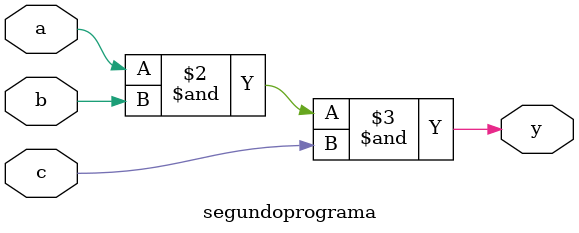
<source format=v>
`timescale 1ns / 1ps
module segundoprograma(
	input wire a, b, c,
	output reg y
    );

always @*
begin
	y = a;
	y = y & b;
	y = y & c;
end

endmodule

</source>
